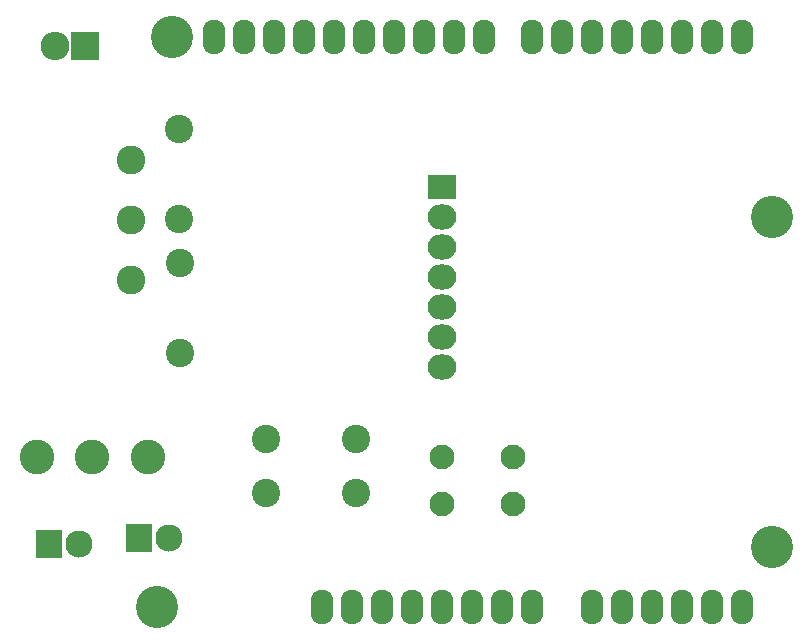
<source format=gbs>
G04 #@! TF.FileFunction,Soldermask,Bot*
%FSLAX46Y46*%
G04 Gerber Fmt 4.6, Leading zero omitted, Abs format (unit mm)*
G04 Created by KiCad (PCBNEW 4.0.1-3.201512221402+6198~38~ubuntu14.04.1-stable) date Tue 08 Mar 2016 09:46:03 PM PST*
%MOMM*%
G01*
G04 APERTURE LIST*
%ADD10C,0.100000*%
%ADD11O,1.924000X2.940000*%
%ADD12C,3.575000*%
%ADD13R,2.432000X2.127200*%
%ADD14O,2.432000X2.127200*%
%ADD15C,2.398980*%
%ADD16R,2.300000X2.400000*%
%ADD17C,2.300000*%
%ADD18R,2.432000X2.432000*%
%ADD19O,2.432000X2.432000*%
%ADD20C,2.100000*%
%ADD21C,2.432000*%
%ADD22C,2.940000*%
G04 APERTURE END LIST*
D10*
D11*
X151130000Y-115570000D03*
X148590000Y-115570000D03*
X146050000Y-115570000D03*
X138430000Y-115570000D03*
X140970000Y-115570000D03*
X143510000Y-115570000D03*
X133350000Y-115570000D03*
X130810000Y-115570000D03*
X128270000Y-115570000D03*
X123190000Y-115570000D03*
X120650000Y-115570000D03*
X151130000Y-67310000D03*
X148590000Y-67310000D03*
X146050000Y-67310000D03*
X143510000Y-67310000D03*
X140970000Y-67310000D03*
X138430000Y-67310000D03*
X135890000Y-67310000D03*
X133350000Y-67310000D03*
X129286000Y-67310000D03*
X126746000Y-67310000D03*
X124206000Y-67310000D03*
X121666000Y-67310000D03*
X119126000Y-67310000D03*
X116586000Y-67310000D03*
X114046000Y-67310000D03*
X111506000Y-67310000D03*
X125730000Y-115570000D03*
D12*
X153670000Y-110490000D03*
X153670000Y-82550000D03*
X102870000Y-67310000D03*
X101600000Y-115570000D03*
D11*
X108966000Y-67310000D03*
X106426000Y-67310000D03*
X118110000Y-115570000D03*
X115570000Y-115570000D03*
D13*
X125793500Y-80073500D03*
D14*
X125793500Y-82613500D03*
X125793500Y-85153500D03*
X125793500Y-87693500D03*
X125793500Y-90233500D03*
X125793500Y-92773500D03*
X125793500Y-95313500D03*
D15*
X110871000Y-101346000D03*
X118491000Y-101346000D03*
X110871000Y-105981500D03*
X118491000Y-105981500D03*
X103505000Y-82740500D03*
X103505000Y-75120500D03*
X103600000Y-86480000D03*
X103600000Y-94100000D03*
D16*
X92456000Y-110236000D03*
D17*
X94996000Y-110236000D03*
D16*
X100076000Y-109728000D03*
D17*
X102616000Y-109728000D03*
D18*
X95504000Y-68072000D03*
D19*
X92964000Y-68072000D03*
D20*
X131730000Y-106870000D03*
X125730000Y-106870000D03*
X131730000Y-102870000D03*
X125730000Y-102870000D03*
D21*
X99400000Y-77720000D03*
X99400000Y-82800000D03*
X99400000Y-87880000D03*
D22*
X91440000Y-102870000D03*
X96139000Y-102870000D03*
X100838000Y-102870000D03*
M02*

</source>
